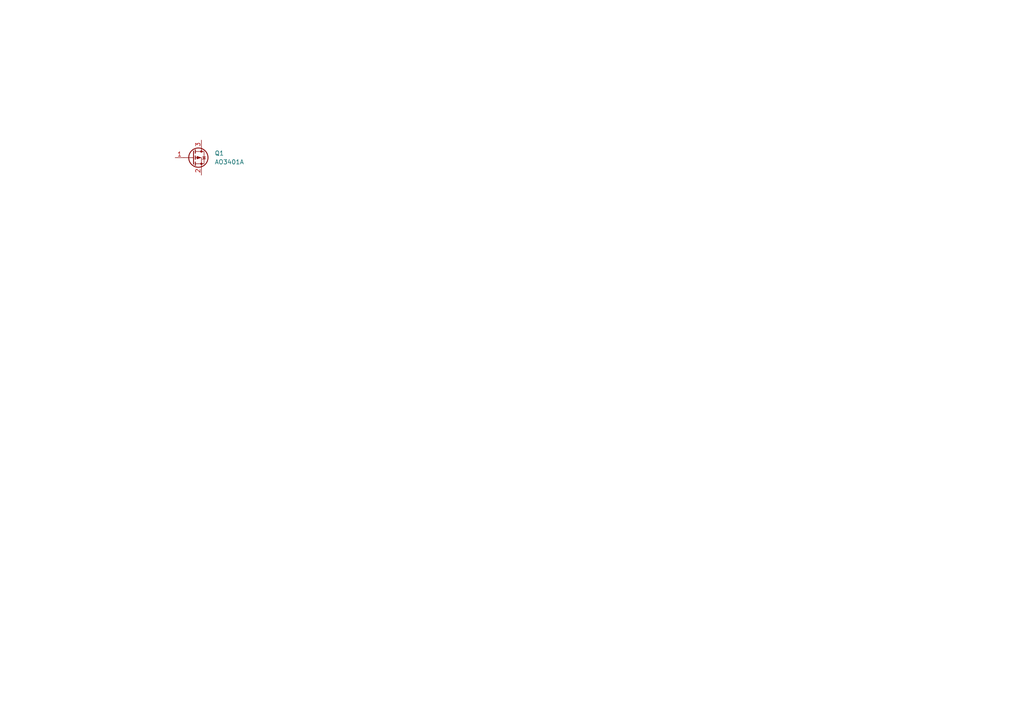
<source format=kicad_sch>
(kicad_sch (version 20250114) (generator "eeschema") (generator_version "9.0")
  (paper "A4")
  (title_block (title "ao3401a_reference"))
  (lib_symbols
    (symbol "Transistor_FET:AO3401A" (pin_names (hide yes))
      (property "Reference" "Q" (at 5.08 1.905 0))
      (property "Value" "AO3401A" (at 5.08 0 0))
      (symbol "AO3401A_0_1"
        (polyline (pts (xy 0.254 1.905) (xy 0.254 -1.905)) (stroke (width 0.254)))
        (polyline (pts (xy 0.254 0) (xy -2.54 0)))
        (polyline (pts (xy 0.762 2.286) (xy 0.762 1.27)) (stroke (width 0.254)))
        (polyline (pts (xy 0.762 1.778) (xy 3.302 1.778) (xy 3.302 -1.778) (xy 0.762 -1.778)))
        (polyline (pts (xy 0.762 0.508) (xy 0.762 -0.508)) (stroke (width 0.254)))
        (polyline (pts (xy 0.762 -1.27) (xy 0.762 -2.286)) (stroke (width 0.254)))
        (circle (center 1.651 0) (radius 2.794) (stroke (width 0.254)))
        (polyline (pts (xy 2.286 0) (xy 1.27 0.381) (xy 1.27 -0.381) (xy 2.286 0)) (fill (type outline)))
        (polyline (pts (xy 2.54 2.54) (xy 2.54 1.778)))
        (circle (center 2.54 1.778) (radius 0.254) (fill (type outline)))
        (circle (center 2.54 -1.778) (radius 0.254) (fill (type outline)))
        (polyline (pts (xy 2.54 -2.54) (xy 2.54 0) (xy 0.762 0)))
        (polyline (pts (xy 2.794 -0.508) (xy 2.921 -0.381) (xy 3.683 -0.381) (xy 3.81 -0.254)))
        (polyline (pts (xy 3.302 -0.381) (xy 2.921 0.254) (xy 3.683 0.254) (xy 3.302 -0.381)))
      )
      (symbol "AO3401A_1_1"
        (pin input line (at -5.08 0 0) (length 2.54) (name "G") (number "1"))
        (pin passive line (at 2.54 5.08 270) (length 2.54) (name "D") (number "3"))
        (pin passive line (at 2.54 -5.08 90) (length 2.54) (name "S") (number "2"))
      )
    )
  )
  (symbol (lib_id "Transistor_FET:AO3401A") (at 55.88 45.72 0) (unit 1)
    (property "Reference" "Q1" (at 62.23 44.4499 0) (effects (justify left)))
    (property "Value" "AO3401A" (at 62.23 46.9899 0) (effects (justify left)))
    (property "Footprint" "Package_TO_SOT_SMD:SOT-23" (effects (hide yes)))
    (property "Datasheet" "http://www.aosmd.com/pdfs/datasheet/AO3401A.pdf" (effects (hide yes)))
    (property "Description" "-4.0A Id, -30V Vds, P-Channel MOSFET, SOT-23" (effects (hide yes)))
  )
)
</source>
